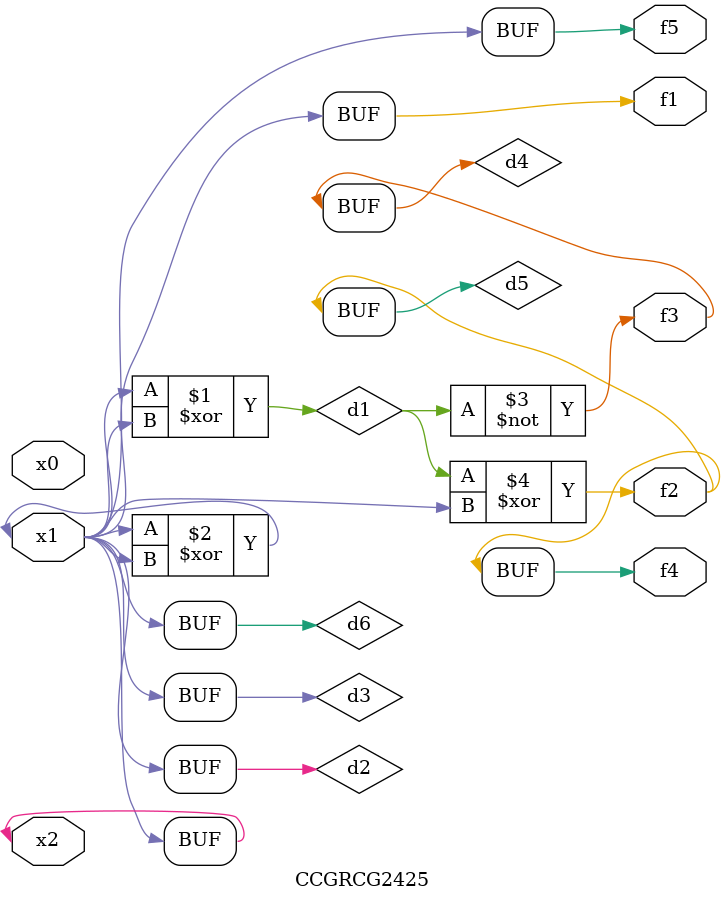
<source format=v>
module CCGRCG2425(
	input x0, x1, x2,
	output f1, f2, f3, f4, f5
);

	wire d1, d2, d3, d4, d5, d6;

	xor (d1, x1, x2);
	buf (d2, x1, x2);
	xor (d3, x1, x2);
	nor (d4, d1);
	xor (d5, d1, d2);
	buf (d6, d2, d3);
	assign f1 = d6;
	assign f2 = d5;
	assign f3 = d4;
	assign f4 = d5;
	assign f5 = d6;
endmodule

</source>
